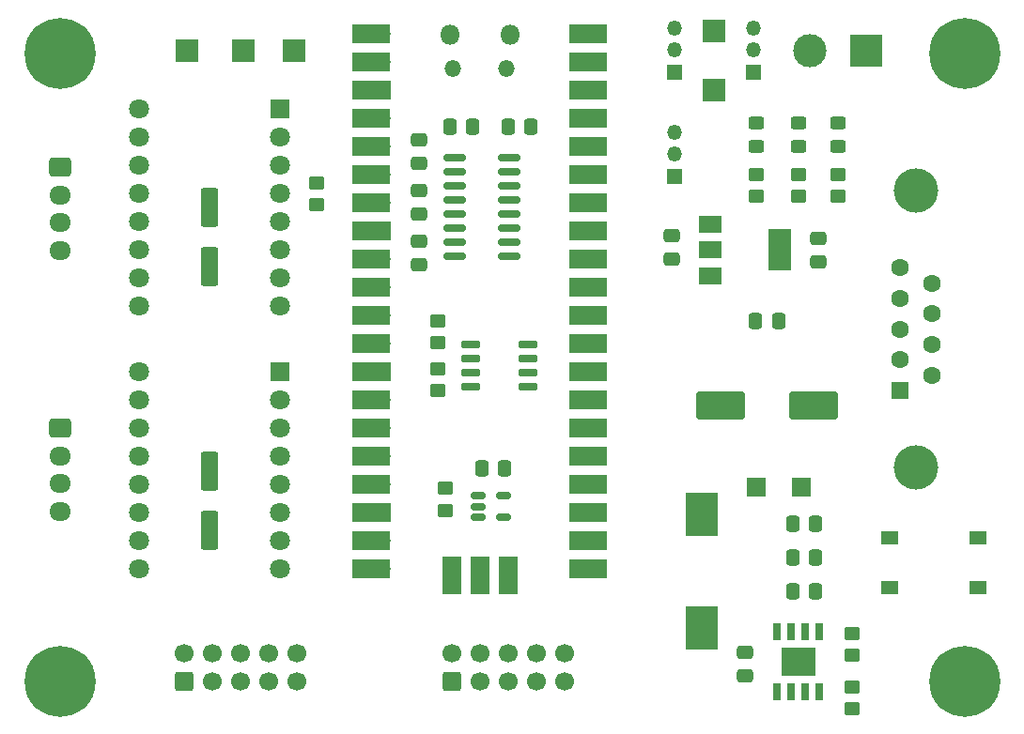
<source format=gbr>
%TF.GenerationSoftware,KiCad,Pcbnew,(7.0.0)*%
%TF.CreationDate,2023-04-01T02:08:27+13:00*%
%TF.ProjectId,pico_expansion_board,7069636f-5f65-4787-9061-6e73696f6e5f,rev?*%
%TF.SameCoordinates,Original*%
%TF.FileFunction,Soldermask,Top*%
%TF.FilePolarity,Negative*%
%FSLAX46Y46*%
G04 Gerber Fmt 4.6, Leading zero omitted, Abs format (unit mm)*
G04 Created by KiCad (PCBNEW (7.0.0)) date 2023-04-01 02:08:27*
%MOMM*%
%LPD*%
G01*
G04 APERTURE LIST*
G04 Aperture macros list*
%AMRoundRect*
0 Rectangle with rounded corners*
0 $1 Rounding radius*
0 $2 $3 $4 $5 $6 $7 $8 $9 X,Y pos of 4 corners*
0 Add a 4 corners polygon primitive as box body*
4,1,4,$2,$3,$4,$5,$6,$7,$8,$9,$2,$3,0*
0 Add four circle primitives for the rounded corners*
1,1,$1+$1,$2,$3*
1,1,$1+$1,$4,$5*
1,1,$1+$1,$6,$7*
1,1,$1+$1,$8,$9*
0 Add four rect primitives between the rounded corners*
20,1,$1+$1,$2,$3,$4,$5,0*
20,1,$1+$1,$4,$5,$6,$7,0*
20,1,$1+$1,$6,$7,$8,$9,0*
20,1,$1+$1,$8,$9,$2,$3,0*%
G04 Aperture macros list end*
%ADD10R,1.350000X1.350000*%
%ADD11O,1.350000X1.350000*%
%ADD12RoundRect,0.250000X-0.450000X0.325000X-0.450000X-0.325000X0.450000X-0.325000X0.450000X0.325000X0*%
%ADD13C,6.400000*%
%ADD14C,4.000000*%
%ADD15R,1.600000X1.600000*%
%ADD16C,1.600000*%
%ADD17RoundRect,0.250000X0.450000X-0.350000X0.450000X0.350000X-0.450000X0.350000X-0.450000X-0.350000X0*%
%ADD18RoundRect,0.150000X0.725000X0.150000X-0.725000X0.150000X-0.725000X-0.150000X0.725000X-0.150000X0*%
%ADD19RoundRect,0.250000X-0.450000X0.350000X-0.450000X-0.350000X0.450000X-0.350000X0.450000X0.350000X0*%
%ADD20RoundRect,0.250000X0.337500X0.475000X-0.337500X0.475000X-0.337500X-0.475000X0.337500X-0.475000X0*%
%ADD21RoundRect,0.250000X0.550000X-1.500000X0.550000X1.500000X-0.550000X1.500000X-0.550000X-1.500000X0*%
%ADD22R,1.550000X1.300000*%
%ADD23R,2.000000X2.000000*%
%ADD24R,3.000000X4.000000*%
%ADD25R,2.000000X1.500000*%
%ADD26R,2.000000X3.800000*%
%ADD27RoundRect,0.250000X-0.475000X0.337500X-0.475000X-0.337500X0.475000X-0.337500X0.475000X0.337500X0*%
%ADD28RoundRect,0.250000X-0.337500X-0.475000X0.337500X-0.475000X0.337500X0.475000X-0.337500X0.475000X0*%
%ADD29RoundRect,0.250000X0.600000X-0.600000X0.600000X0.600000X-0.600000X0.600000X-0.600000X-0.600000X0*%
%ADD30C,1.700000*%
%ADD31R,3.000000X3.000000*%
%ADD32C,3.000000*%
%ADD33RoundRect,0.150000X-0.512500X-0.150000X0.512500X-0.150000X0.512500X0.150000X-0.512500X0.150000X0*%
%ADD34RoundRect,0.250000X-0.725000X0.600000X-0.725000X-0.600000X0.725000X-0.600000X0.725000X0.600000X0*%
%ADD35O,1.950000X1.700000*%
%ADD36O,1.800000X1.800000*%
%ADD37O,1.500000X1.500000*%
%ADD38O,1.700000X1.700000*%
%ADD39R,3.500000X1.700000*%
%ADD40R,1.700000X1.700000*%
%ADD41R,1.700000X3.500000*%
%ADD42RoundRect,0.250000X0.475000X-0.337500X0.475000X0.337500X-0.475000X0.337500X-0.475000X-0.337500X0*%
%ADD43R,1.800000X1.700000*%
%ADD44R,1.800000X1.800000*%
%ADD45C,1.800000*%
%ADD46RoundRect,0.150000X-0.825000X-0.150000X0.825000X-0.150000X0.825000X0.150000X-0.825000X0.150000X0*%
%ADD47RoundRect,0.250000X-1.950000X-1.000000X1.950000X-1.000000X1.950000X1.000000X-1.950000X1.000000X0*%
%ADD48R,0.650000X1.525000*%
%ADD49R,3.100000X2.600000*%
G04 APERTURE END LIST*
D10*
%TO.C,JP7*%
X130555999Y-90359999D03*
D11*
X130555999Y-88359999D03*
X130555999Y-86359999D03*
%TD*%
D10*
%TO.C,JP6*%
X137667999Y-80961999D03*
D11*
X137667999Y-78961999D03*
X137667999Y-76961999D03*
%TD*%
D10*
%TO.C,JP5*%
X130555999Y-80961999D03*
D11*
X130555999Y-78961999D03*
X130555999Y-76961999D03*
%TD*%
D12*
%TO.C,D2*%
X141732000Y-85589000D03*
X141732000Y-87639000D03*
%TD*%
D13*
%TO.C,H4*%
X156718000Y-135890000D03*
%TD*%
D14*
%TO.C,J6*%
X152331669Y-116650000D03*
X152331669Y-91650000D03*
D15*
X150911668Y-109689999D03*
D16*
X150911669Y-106920000D03*
X150911669Y-104150000D03*
X150911669Y-101380000D03*
X150911669Y-98610000D03*
X153751669Y-108305000D03*
X153751669Y-105535000D03*
X153751669Y-102765000D03*
X153751669Y-99995000D03*
%TD*%
D17*
%TO.C,R5*%
X109220000Y-109712000D03*
X109220000Y-107712000D03*
%TD*%
D13*
%TO.C,H2*%
X75184000Y-79248000D03*
%TD*%
D18*
%TO.C,U3*%
X117383000Y-109347000D03*
X117383000Y-108077000D03*
X117383000Y-106807000D03*
X117383000Y-105537000D03*
X112233000Y-105537000D03*
X112233000Y-106807000D03*
X112233000Y-108077000D03*
X112233000Y-109347000D03*
%TD*%
D19*
%TO.C,R7*%
X141732000Y-90186000D03*
X141732000Y-92186000D03*
%TD*%
D20*
%TO.C,C14*%
X115277500Y-116728000D03*
X113202500Y-116728000D03*
%TD*%
D21*
%TO.C,C8*%
X88646000Y-122334000D03*
X88646000Y-116934000D03*
%TD*%
D22*
%TO.C,SW1*%
X149948999Y-122971999D03*
X157898999Y-122971999D03*
X149948999Y-127471999D03*
X157898999Y-127471999D03*
%TD*%
D23*
%TO.C,TP5*%
X134111999Y-77215999D03*
%TD*%
D19*
%TO.C,R9*%
X145288000Y-90186000D03*
X145288000Y-92186000D03*
%TD*%
D17*
%TO.C,R4*%
X98298000Y-92948000D03*
X98298000Y-90948000D03*
%TD*%
D24*
%TO.C,L1*%
X133058499Y-131083999D03*
X133058499Y-120883999D03*
%TD*%
D23*
%TO.C,TP3*%
X91693999Y-78993999D03*
%TD*%
D12*
%TO.C,D4*%
X145288000Y-85589000D03*
X145288000Y-87639000D03*
%TD*%
D25*
%TO.C,U5*%
X133755999Y-94713999D03*
X133755999Y-97013999D03*
D26*
X140055999Y-97013999D03*
D25*
X133755999Y-99313999D03*
%TD*%
D27*
%TO.C,C6*%
X107566000Y-91672500D03*
X107566000Y-93747500D03*
%TD*%
%TO.C,C2*%
X107566000Y-87100500D03*
X107566000Y-89175500D03*
%TD*%
D28*
%TO.C,C4*%
X141202500Y-121666000D03*
X143277500Y-121666000D03*
%TD*%
D19*
%TO.C,R8*%
X137922000Y-90186000D03*
X137922000Y-92186000D03*
%TD*%
D13*
%TO.C,H3*%
X156718000Y-79248000D03*
%TD*%
D29*
%TO.C,J8*%
X110490000Y-135890000D03*
D30*
X110490000Y-133350000D03*
X113030000Y-135890000D03*
X113030000Y-133350000D03*
X115570000Y-135890000D03*
X115570000Y-133350000D03*
X118110000Y-135890000D03*
X118110000Y-133350000D03*
X120650000Y-135890000D03*
X120650000Y-133350000D03*
%TD*%
D31*
%TO.C,J1*%
X147827999Y-78993999D03*
D32*
X142748000Y-78994000D03*
%TD*%
D23*
%TO.C,TP2*%
X96265999Y-78993999D03*
%TD*%
D13*
%TO.C,H1*%
X75184000Y-135890000D03*
%TD*%
D28*
%TO.C,C13*%
X137879000Y-103378000D03*
X139954000Y-103378000D03*
%TD*%
D21*
%TO.C,C9*%
X88646000Y-98540000D03*
X88646000Y-93140000D03*
%TD*%
D33*
%TO.C,U4*%
X112908500Y-119192000D03*
X112908500Y-120142000D03*
X112908500Y-121092000D03*
X115183500Y-121092000D03*
X115183500Y-119192000D03*
%TD*%
D34*
%TO.C,J4*%
X75184000Y-89528000D03*
D35*
X75183999Y-92027999D03*
X75183999Y-94527999D03*
X75183999Y-97027999D03*
%TD*%
D28*
%TO.C,C3*%
X141202500Y-124714000D03*
X143277500Y-124714000D03*
%TD*%
D34*
%TO.C,J5*%
X75184000Y-113070000D03*
D35*
X75183999Y-115569999D03*
X75183999Y-118069999D03*
X75183999Y-120569999D03*
%TD*%
D28*
%TO.C,C1*%
X141202500Y-127762000D03*
X143277500Y-127762000D03*
%TD*%
D36*
%TO.C,U2*%
X110304999Y-77599999D03*
D37*
X110604999Y-80629999D03*
X115454999Y-80629999D03*
D36*
X115754999Y-77599999D03*
D38*
X104139999Y-77469999D03*
D39*
X103239999Y-77469999D03*
D38*
X104139999Y-80009999D03*
D39*
X103239999Y-80009999D03*
D40*
X104139999Y-82549999D03*
D39*
X103239999Y-82549999D03*
D38*
X104139999Y-85089999D03*
D39*
X103239999Y-85089999D03*
D38*
X104139999Y-87629999D03*
D39*
X103239999Y-87629999D03*
D38*
X104139999Y-90169999D03*
D39*
X103239999Y-90169999D03*
D38*
X104139999Y-92709999D03*
D39*
X103239999Y-92709999D03*
D40*
X104139999Y-95249999D03*
D39*
X103239999Y-95249999D03*
D38*
X104139999Y-97789999D03*
D39*
X103239999Y-97789999D03*
D38*
X104139999Y-100329999D03*
D39*
X103239999Y-100329999D03*
D38*
X104139999Y-102869999D03*
D39*
X103239999Y-102869999D03*
D38*
X104139999Y-105409999D03*
D39*
X103239999Y-105409999D03*
D40*
X104139999Y-107949999D03*
D39*
X103239999Y-107949999D03*
D38*
X104139999Y-110489999D03*
D39*
X103239999Y-110489999D03*
D38*
X104139999Y-113029999D03*
D39*
X103239999Y-113029999D03*
D38*
X104139999Y-115569999D03*
D39*
X103239999Y-115569999D03*
D38*
X104139999Y-118109999D03*
D39*
X103239999Y-118109999D03*
D40*
X104139999Y-120649999D03*
D39*
X103239999Y-120649999D03*
D38*
X104139999Y-123189999D03*
D39*
X103239999Y-123189999D03*
D38*
X104139999Y-125729999D03*
D39*
X103239999Y-125729999D03*
D38*
X121919999Y-125729999D03*
D39*
X122819999Y-125729999D03*
D38*
X121919999Y-123189999D03*
D39*
X122819999Y-123189999D03*
D40*
X121919999Y-120649999D03*
D39*
X122819999Y-120649999D03*
D38*
X121919999Y-118109999D03*
D39*
X122819999Y-118109999D03*
D38*
X121919999Y-115569999D03*
D39*
X122819999Y-115569999D03*
D38*
X121919999Y-113029999D03*
D39*
X122819999Y-113029999D03*
D38*
X121919999Y-110489999D03*
D39*
X122819999Y-110489999D03*
D40*
X121919999Y-107949999D03*
D39*
X122819999Y-107949999D03*
D38*
X121919999Y-105409999D03*
D39*
X122819999Y-105409999D03*
D38*
X121919999Y-102869999D03*
D39*
X122819999Y-102869999D03*
D38*
X121919999Y-100329999D03*
D39*
X122819999Y-100329999D03*
D38*
X121919999Y-97789999D03*
D39*
X122819999Y-97789999D03*
D40*
X121919999Y-95249999D03*
D39*
X122819999Y-95249999D03*
D38*
X121919999Y-92709999D03*
D39*
X122819999Y-92709999D03*
D38*
X121919999Y-90169999D03*
D39*
X122819999Y-90169999D03*
D38*
X121919999Y-87629999D03*
D39*
X122819999Y-87629999D03*
D38*
X121919999Y-85089999D03*
D39*
X122819999Y-85089999D03*
D40*
X121919999Y-82549999D03*
D39*
X122819999Y-82549999D03*
D38*
X121919999Y-80009999D03*
D39*
X122819999Y-80009999D03*
D38*
X121919999Y-77469999D03*
D39*
X122819999Y-77469999D03*
D38*
X110489999Y-125499999D03*
D41*
X110489999Y-126399999D03*
D40*
X113029999Y-125499999D03*
D41*
X113029999Y-126399999D03*
D38*
X115569999Y-125499999D03*
D41*
X115569999Y-126399999D03*
%TD*%
D29*
%TO.C,J9*%
X86360000Y-135890000D03*
D30*
X86360000Y-133350000D03*
X88900000Y-135890000D03*
X88900000Y-133350000D03*
X91440000Y-135890000D03*
X91440000Y-133350000D03*
X93980000Y-135890000D03*
X93980000Y-133350000D03*
X96520000Y-135890000D03*
X96520000Y-133350000D03*
%TD*%
D12*
%TO.C,D3*%
X137922000Y-85589000D03*
X137922000Y-87639000D03*
%TD*%
D17*
%TO.C,R6*%
X109922000Y-120522000D03*
X109922000Y-118522000D03*
%TD*%
%TO.C,R2*%
X146558000Y-133588000D03*
X146558000Y-131588000D03*
%TD*%
D42*
%TO.C,C15*%
X143510000Y-98065500D03*
X143510000Y-95990500D03*
%TD*%
D28*
%TO.C,C11*%
X110338500Y-85852000D03*
X112413500Y-85852000D03*
%TD*%
D43*
%TO.C,D1*%
X142003999Y-118363999D03*
X137903999Y-118363999D03*
%TD*%
D44*
%TO.C,J3*%
X94995999Y-107949999D03*
D45*
X94996000Y-110490000D03*
X94996000Y-113030000D03*
X94996000Y-115570000D03*
X94996000Y-118110000D03*
X94996000Y-120650000D03*
X94996000Y-123190000D03*
X94996000Y-125730000D03*
X82296000Y-125730000D03*
X82296000Y-123190000D03*
X82296000Y-120650000D03*
X82296000Y-118110000D03*
X82296000Y-115570000D03*
X82296000Y-113030000D03*
X82296000Y-110490000D03*
X82296000Y-107950000D03*
%TD*%
D46*
%TO.C,U1*%
X110744000Y-88646000D03*
X110744000Y-89916000D03*
X110744000Y-91186000D03*
X110744000Y-92456000D03*
X110744000Y-93726000D03*
X110744000Y-94996000D03*
X110744000Y-96266000D03*
X110744000Y-97536000D03*
X115694000Y-97536000D03*
X115694000Y-96266000D03*
X115694000Y-94996000D03*
X115694000Y-93726000D03*
X115694000Y-92456000D03*
X115694000Y-91186000D03*
X115694000Y-89916000D03*
X115694000Y-88646000D03*
%TD*%
D47*
%TO.C,C12*%
X134738000Y-110998000D03*
X143138000Y-110998000D03*
%TD*%
D28*
%TO.C,C5*%
X115548500Y-85852000D03*
X117623500Y-85852000D03*
%TD*%
D19*
%TO.C,R3*%
X109220000Y-103394000D03*
X109220000Y-105394000D03*
%TD*%
D42*
%TO.C,C7*%
X107566000Y-98319500D03*
X107566000Y-96244500D03*
%TD*%
%TO.C,C10*%
X136906000Y-135403500D03*
X136906000Y-133328500D03*
%TD*%
D44*
%TO.C,J2*%
X94995999Y-84259999D03*
D45*
X94996000Y-86800000D03*
X94996000Y-89340000D03*
X94996000Y-91880000D03*
X94996000Y-94420000D03*
X94996000Y-96960000D03*
X94996000Y-99500000D03*
X94996000Y-102040000D03*
X82296000Y-102040000D03*
X82296000Y-99500000D03*
X82296000Y-96960000D03*
X82296000Y-94420000D03*
X82296000Y-91880000D03*
X82296000Y-89340000D03*
X82296000Y-86800000D03*
X82296000Y-84260000D03*
%TD*%
D42*
%TO.C,C16*%
X130302000Y-97797500D03*
X130302000Y-95722500D03*
%TD*%
D17*
%TO.C,R1*%
X146558000Y-138414000D03*
X146558000Y-136414000D03*
%TD*%
D23*
%TO.C,TP4*%
X134111999Y-82549999D03*
%TD*%
%TO.C,TP_UART1*%
X86613999Y-78993999D03*
%TD*%
D48*
%TO.C,IC1*%
X139826999Y-136823999D03*
X141096999Y-136823999D03*
X142366999Y-136823999D03*
X143636999Y-136823999D03*
X143636999Y-131399999D03*
X142366999Y-131399999D03*
X141096999Y-131399999D03*
X139826999Y-131399999D03*
D49*
X141731999Y-134111999D03*
%TD*%
M02*

</source>
